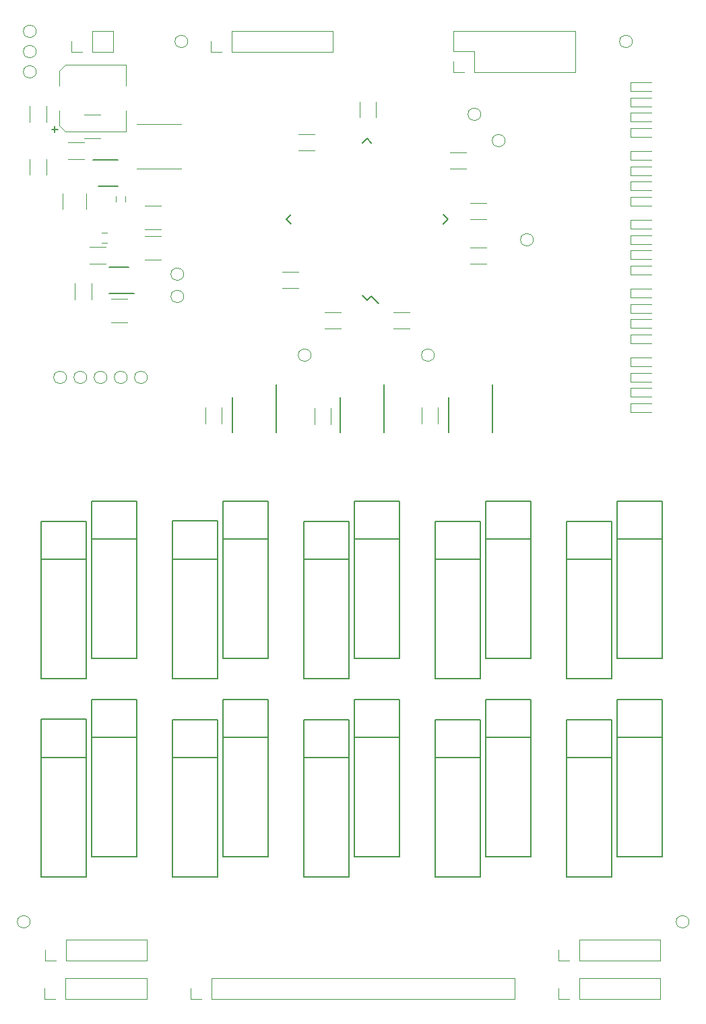
<source format=gbr>
G04 #@! TF.FileFunction,Legend,Top*
%FSLAX46Y46*%
G04 Gerber Fmt 4.6, Leading zero omitted, Abs format (unit mm)*
G04 Created by KiCad (PCBNEW 4.0.7) date Friday, April 27, 2018 'PMt' 12:19:07 PM*
%MOMM*%
%LPD*%
G01*
G04 APERTURE LIST*
%ADD10C,0.100000*%
%ADD11C,0.120000*%
%ADD12C,0.150000*%
G04 APERTURE END LIST*
D10*
D11*
X168983219Y-92202000D02*
G75*
G03X168983219Y-92202000I-803219J0D01*
G01*
X168983219Y-89662000D02*
G75*
G03X168983219Y-89662000I-803219J0D01*
G01*
X168983219Y-87122000D02*
G75*
G03X168983219Y-87122000I-803219J0D01*
G01*
X227911219Y-100838000D02*
G75*
G03X227911219Y-100838000I-803219J0D01*
G01*
X231467219Y-113284000D02*
G75*
G03X231467219Y-113284000I-803219J0D01*
G01*
X219021219Y-127762000D02*
G75*
G03X219021219Y-127762000I-803219J0D01*
G01*
X219021219Y-127762000D02*
G75*
G03X219021219Y-127762000I-803219J0D01*
G01*
X203527219Y-127762000D02*
G75*
G03X203527219Y-127762000I-803219J0D01*
G01*
X182953219Y-130556000D02*
G75*
G03X182953219Y-130556000I-803219J0D01*
G01*
X180413219Y-130556000D02*
G75*
G03X180413219Y-130556000I-803219J0D01*
G01*
X177873219Y-130556000D02*
G75*
G03X177873219Y-130556000I-803219J0D01*
G01*
X175333219Y-130556000D02*
G75*
G03X175333219Y-130556000I-803219J0D01*
G01*
X172793219Y-130556000D02*
G75*
G03X172793219Y-130556000I-803219J0D01*
G01*
X187525219Y-120396000D02*
G75*
G03X187525219Y-120396000I-803219J0D01*
G01*
X168221219Y-198882000D02*
G75*
G03X168221219Y-198882000I-803219J0D01*
G01*
X251025219Y-198882000D02*
G75*
G03X251025219Y-198882000I-803219J0D01*
G01*
X243913219Y-88392000D02*
G75*
G03X243913219Y-88392000I-803219J0D01*
G01*
X188033219Y-88392000D02*
G75*
G03X188033219Y-88392000I-803219J0D01*
G01*
X224863219Y-97536000D02*
G75*
G03X224863219Y-97536000I-803219J0D01*
G01*
X187525219Y-117602000D02*
G75*
G03X187525219Y-117602000I-803219J0D01*
G01*
D12*
X198146000Y-170948000D02*
X198146000Y-190748000D01*
X198146000Y-190748000D02*
X192506000Y-190748000D01*
X192506000Y-190748000D02*
X192506000Y-170948000D01*
X192506000Y-170948000D02*
X198146000Y-170948000D01*
X198146000Y-175768000D02*
X192506000Y-175768000D01*
X191796000Y-173488000D02*
X191796000Y-193288000D01*
X191796000Y-193288000D02*
X186156000Y-193288000D01*
X186156000Y-193288000D02*
X186156000Y-173488000D01*
X186156000Y-173488000D02*
X191796000Y-173488000D01*
X191796000Y-178308000D02*
X186156000Y-178308000D01*
X181636000Y-170948000D02*
X181636000Y-190748000D01*
X181636000Y-190748000D02*
X175996000Y-190748000D01*
X175996000Y-190748000D02*
X175996000Y-170948000D01*
X175996000Y-170948000D02*
X181636000Y-170948000D01*
X181636000Y-175768000D02*
X175996000Y-175768000D01*
X175286000Y-173441306D02*
X175286000Y-193241306D01*
X175286000Y-193241306D02*
X169646000Y-193241306D01*
X169646000Y-193241306D02*
X169646000Y-173441306D01*
X169646000Y-173441306D02*
X175286000Y-173441306D01*
X175286000Y-178261306D02*
X169646000Y-178261306D01*
X181636000Y-146056000D02*
X181636000Y-165856000D01*
X181636000Y-165856000D02*
X175996000Y-165856000D01*
X175996000Y-165856000D02*
X175996000Y-146056000D01*
X175996000Y-146056000D02*
X181636000Y-146056000D01*
X181636000Y-150876000D02*
X175996000Y-150876000D01*
X175286000Y-148596000D02*
X175286000Y-168396000D01*
X175286000Y-168396000D02*
X169646000Y-168396000D01*
X169646000Y-168396000D02*
X169646000Y-148596000D01*
X169646000Y-148596000D02*
X175286000Y-148596000D01*
X175286000Y-153416000D02*
X169646000Y-153416000D01*
X198146000Y-146056000D02*
X198146000Y-165856000D01*
X198146000Y-165856000D02*
X192506000Y-165856000D01*
X192506000Y-165856000D02*
X192506000Y-146056000D01*
X192506000Y-146056000D02*
X198146000Y-146056000D01*
X198146000Y-150876000D02*
X192506000Y-150876000D01*
D11*
X225536000Y-108708000D02*
X223536000Y-108708000D01*
X223536000Y-110748000D02*
X225536000Y-110748000D01*
X201978000Y-102112000D02*
X203978000Y-102112000D01*
X203978000Y-100072000D02*
X201978000Y-100072000D01*
X209673000Y-95933000D02*
X209673000Y-97933000D01*
X211713000Y-97933000D02*
X211713000Y-95933000D01*
X222996000Y-102358000D02*
X220996000Y-102358000D01*
X220996000Y-104398000D02*
X222996000Y-104398000D01*
X199914000Y-119384000D02*
X201914000Y-119384000D01*
X201914000Y-117344000D02*
X199914000Y-117344000D01*
X190242000Y-134350000D02*
X190242000Y-136350000D01*
X192282000Y-136350000D02*
X192282000Y-134350000D01*
X177054000Y-97580000D02*
X175054000Y-97580000D01*
X175054000Y-100540000D02*
X177054000Y-100540000D01*
X175248000Y-109458000D02*
X175248000Y-107458000D01*
X172288000Y-107458000D02*
X172288000Y-109458000D01*
X180210000Y-107788000D02*
X180210000Y-108488000D01*
X179010000Y-108488000D02*
X179010000Y-107788000D01*
X182674000Y-111970000D02*
X184674000Y-111970000D01*
X184674000Y-109010000D02*
X182674000Y-109010000D01*
X225536000Y-114296000D02*
X223536000Y-114296000D01*
X223536000Y-116336000D02*
X225536000Y-116336000D01*
X205248000Y-124464000D02*
X207248000Y-124464000D01*
X207248000Y-122424000D02*
X205248000Y-122424000D01*
X203958000Y-134414000D02*
X203958000Y-136414000D01*
X205998000Y-136414000D02*
X205998000Y-134414000D01*
X215884000Y-122424000D02*
X213884000Y-122424000D01*
X213884000Y-124464000D02*
X215884000Y-124464000D01*
X182669009Y-115780000D02*
X184669009Y-115780000D01*
X184669009Y-112820000D02*
X182669009Y-112820000D01*
X177228000Y-112430000D02*
X177928000Y-112430000D01*
X177928000Y-113630000D02*
X177228000Y-113630000D01*
X180446009Y-120718215D02*
X178446009Y-120718215D01*
X178446009Y-123678215D02*
X180446009Y-123678215D01*
X217420000Y-134350000D02*
X217420000Y-136350000D01*
X219460000Y-136350000D02*
X219460000Y-134350000D01*
X171864000Y-92074000D02*
X171864000Y-93944000D01*
X171864000Y-98934000D02*
X171864000Y-97064000D01*
X180244000Y-99694000D02*
X180244000Y-97064000D01*
X180244000Y-91314000D02*
X180244000Y-93944000D01*
X180244000Y-99694000D02*
X172624000Y-99694000D01*
X172624000Y-99694000D02*
X171864000Y-98934000D01*
X171864000Y-92074000D02*
X172624000Y-91314000D01*
X172624000Y-91314000D02*
X180244000Y-91314000D01*
X243691000Y-93557000D02*
X243691000Y-94657000D01*
X243691000Y-94657000D02*
X246291000Y-94657000D01*
X243691000Y-93557000D02*
X246291000Y-93557000D01*
X243691000Y-95462000D02*
X243691000Y-96562000D01*
X243691000Y-96562000D02*
X246291000Y-96562000D01*
X243691000Y-95462000D02*
X246291000Y-95462000D01*
X243691000Y-97367000D02*
X243691000Y-98467000D01*
X243691000Y-98467000D02*
X246291000Y-98467000D01*
X243691000Y-97367000D02*
X246291000Y-97367000D01*
X243691000Y-99272000D02*
X243691000Y-100372000D01*
X243691000Y-100372000D02*
X246291000Y-100372000D01*
X243691000Y-99272000D02*
X246291000Y-99272000D01*
X243691000Y-102193000D02*
X243691000Y-103293000D01*
X243691000Y-103293000D02*
X246291000Y-103293000D01*
X243691000Y-102193000D02*
X246291000Y-102193000D01*
X243691000Y-104098000D02*
X243691000Y-105198000D01*
X243691000Y-105198000D02*
X246291000Y-105198000D01*
X243691000Y-104098000D02*
X246291000Y-104098000D01*
X243691000Y-106003000D02*
X243691000Y-107103000D01*
X243691000Y-107103000D02*
X246291000Y-107103000D01*
X243691000Y-106003000D02*
X246291000Y-106003000D01*
X243691000Y-107908000D02*
X243691000Y-109008000D01*
X243691000Y-109008000D02*
X246291000Y-109008000D01*
X243691000Y-107908000D02*
X246291000Y-107908000D01*
X243691000Y-110829000D02*
X243691000Y-111929000D01*
X243691000Y-111929000D02*
X246291000Y-111929000D01*
X243691000Y-110829000D02*
X246291000Y-110829000D01*
X243691000Y-112734000D02*
X243691000Y-113834000D01*
X243691000Y-113834000D02*
X246291000Y-113834000D01*
X243691000Y-112734000D02*
X246291000Y-112734000D01*
X243691000Y-114639000D02*
X243691000Y-115739000D01*
X243691000Y-115739000D02*
X246291000Y-115739000D01*
X243691000Y-114639000D02*
X246291000Y-114639000D01*
X243691000Y-116544000D02*
X243691000Y-117644000D01*
X243691000Y-117644000D02*
X246291000Y-117644000D01*
X243691000Y-116544000D02*
X246291000Y-116544000D01*
X243691000Y-119465000D02*
X243691000Y-120565000D01*
X243691000Y-120565000D02*
X246291000Y-120565000D01*
X243691000Y-119465000D02*
X246291000Y-119465000D01*
X243691000Y-121370000D02*
X243691000Y-122470000D01*
X243691000Y-122470000D02*
X246291000Y-122470000D01*
X243691000Y-121370000D02*
X246291000Y-121370000D01*
X243691000Y-123275000D02*
X243691000Y-124375000D01*
X243691000Y-124375000D02*
X246291000Y-124375000D01*
X243691000Y-123275000D02*
X246291000Y-123275000D01*
X243691000Y-125180000D02*
X243691000Y-126280000D01*
X243691000Y-126280000D02*
X246291000Y-126280000D01*
X243691000Y-125180000D02*
X246291000Y-125180000D01*
X243691000Y-128101000D02*
X243691000Y-129201000D01*
X243691000Y-129201000D02*
X246291000Y-129201000D01*
X243691000Y-128101000D02*
X246291000Y-128101000D01*
X243691000Y-130006000D02*
X243691000Y-131106000D01*
X243691000Y-131106000D02*
X246291000Y-131106000D01*
X243691000Y-130006000D02*
X246291000Y-130006000D01*
X243691000Y-131911000D02*
X243691000Y-133011000D01*
X243691000Y-133011000D02*
X246291000Y-133011000D01*
X243691000Y-131911000D02*
X246291000Y-131911000D01*
X243691000Y-133816000D02*
X243691000Y-134916000D01*
X243691000Y-134916000D02*
X246291000Y-134916000D01*
X243691000Y-133816000D02*
X246291000Y-133816000D01*
X170266000Y-96504000D02*
X170266000Y-98504000D01*
X168126000Y-98504000D02*
X168126000Y-96504000D01*
X170266000Y-103140000D02*
X170266000Y-105140000D01*
X168126000Y-105140000D02*
X168126000Y-103140000D01*
X173836009Y-120753215D02*
X173836009Y-118753215D01*
X175976009Y-118753215D02*
X175976009Y-120753215D01*
X175716009Y-114143215D02*
X177716009Y-114143215D01*
X177716009Y-116283215D02*
X175716009Y-116283215D01*
D12*
X191796000Y-148587808D02*
X191796000Y-168387808D01*
X191796000Y-168387808D02*
X186156000Y-168387808D01*
X186156000Y-168387808D02*
X186156000Y-148587808D01*
X186156000Y-148587808D02*
X191796000Y-148587808D01*
X191796000Y-153407808D02*
X186156000Y-153407808D01*
X214656000Y-146056000D02*
X214656000Y-165856000D01*
X214656000Y-165856000D02*
X209016000Y-165856000D01*
X209016000Y-165856000D02*
X209016000Y-146056000D01*
X209016000Y-146056000D02*
X214656000Y-146056000D01*
X214656000Y-150876000D02*
X209016000Y-150876000D01*
X208306000Y-148596000D02*
X208306000Y-168396000D01*
X208306000Y-168396000D02*
X202666000Y-168396000D01*
X202666000Y-168396000D02*
X202666000Y-148596000D01*
X202666000Y-148596000D02*
X208306000Y-148596000D01*
X208306000Y-153416000D02*
X202666000Y-153416000D01*
X214656000Y-170948000D02*
X214656000Y-190748000D01*
X214656000Y-190748000D02*
X209016000Y-190748000D01*
X209016000Y-190748000D02*
X209016000Y-170948000D01*
X209016000Y-170948000D02*
X214656000Y-170948000D01*
X214656000Y-175768000D02*
X209016000Y-175768000D01*
X208306000Y-173488000D02*
X208306000Y-193288000D01*
X208306000Y-193288000D02*
X202666000Y-193288000D01*
X202666000Y-193288000D02*
X202666000Y-173488000D01*
X202666000Y-173488000D02*
X208306000Y-173488000D01*
X208306000Y-178308000D02*
X202666000Y-178308000D01*
X231166000Y-146056000D02*
X231166000Y-165856000D01*
X231166000Y-165856000D02*
X225526000Y-165856000D01*
X225526000Y-165856000D02*
X225526000Y-146056000D01*
X225526000Y-146056000D02*
X231166000Y-146056000D01*
X231166000Y-150876000D02*
X225526000Y-150876000D01*
X224816000Y-148596000D02*
X224816000Y-168396000D01*
X224816000Y-168396000D02*
X219176000Y-168396000D01*
X219176000Y-168396000D02*
X219176000Y-148596000D01*
X219176000Y-148596000D02*
X224816000Y-148596000D01*
X224816000Y-153416000D02*
X219176000Y-153416000D01*
X231166000Y-170948000D02*
X231166000Y-190748000D01*
X231166000Y-190748000D02*
X225526000Y-190748000D01*
X225526000Y-190748000D02*
X225526000Y-170948000D01*
X225526000Y-170948000D02*
X231166000Y-170948000D01*
X231166000Y-175768000D02*
X225526000Y-175768000D01*
X224816000Y-173488000D02*
X224816000Y-193288000D01*
X224816000Y-193288000D02*
X219176000Y-193288000D01*
X219176000Y-193288000D02*
X219176000Y-173488000D01*
X219176000Y-173488000D02*
X224816000Y-173488000D01*
X224816000Y-178308000D02*
X219176000Y-178308000D01*
X247676000Y-146056000D02*
X247676000Y-165856000D01*
X247676000Y-165856000D02*
X242036000Y-165856000D01*
X242036000Y-165856000D02*
X242036000Y-146056000D01*
X242036000Y-146056000D02*
X247676000Y-146056000D01*
X247676000Y-150876000D02*
X242036000Y-150876000D01*
X241326000Y-148596000D02*
X241326000Y-168396000D01*
X241326000Y-168396000D02*
X235686000Y-168396000D01*
X235686000Y-168396000D02*
X235686000Y-148596000D01*
X235686000Y-148596000D02*
X241326000Y-148596000D01*
X241326000Y-153416000D02*
X235686000Y-153416000D01*
X247676000Y-170948000D02*
X247676000Y-190748000D01*
X247676000Y-190748000D02*
X242036000Y-190748000D01*
X242036000Y-190748000D02*
X242036000Y-170948000D01*
X242036000Y-170948000D02*
X247676000Y-170948000D01*
X247676000Y-175768000D02*
X242036000Y-175768000D01*
X241326000Y-173488000D02*
X241326000Y-193288000D01*
X241326000Y-193288000D02*
X235686000Y-193288000D01*
X235686000Y-193288000D02*
X235686000Y-173488000D01*
X235686000Y-173488000D02*
X241326000Y-173488000D01*
X241326000Y-178308000D02*
X235686000Y-178308000D01*
X193628000Y-133026000D02*
X193628000Y-137426000D01*
X199153000Y-131451000D02*
X199153000Y-137426000D01*
X176822500Y-106537000D02*
X179272500Y-106537000D01*
X176097500Y-103237000D02*
X179272500Y-103237000D01*
X210568000Y-120864982D02*
X211080652Y-120352330D01*
X200421018Y-110718000D02*
X200986703Y-110152315D01*
X210568000Y-100571018D02*
X210002315Y-101136703D01*
X220714982Y-110718000D02*
X220149297Y-111283685D01*
X210568000Y-120864982D02*
X210002315Y-120299297D01*
X220714982Y-110718000D02*
X220149297Y-110152315D01*
X210568000Y-100571018D02*
X211133685Y-101136703D01*
X200421018Y-110718000D02*
X200986703Y-111283685D01*
X211080652Y-120352330D02*
X211982214Y-121253891D01*
X207211500Y-133026000D02*
X207211500Y-137426000D01*
X212736500Y-131451000D02*
X212736500Y-137426000D01*
X220795000Y-133026000D02*
X220795000Y-137426000D01*
X226320000Y-131451000D02*
X226320000Y-137426000D01*
X180576009Y-116738215D02*
X178126009Y-116738215D01*
X181301009Y-120038215D02*
X178126009Y-120038215D01*
D11*
X178654000Y-89722000D02*
X178654000Y-87062000D01*
X176054000Y-89722000D02*
X178654000Y-89722000D01*
X176054000Y-87062000D02*
X178654000Y-87062000D01*
X176054000Y-89722000D02*
X176054000Y-87062000D01*
X174784000Y-89722000D02*
X173454000Y-89722000D01*
X173454000Y-89722000D02*
X173454000Y-88392000D01*
X206308000Y-89722000D02*
X206308000Y-87062000D01*
X193548000Y-89722000D02*
X206308000Y-89722000D01*
X193548000Y-87062000D02*
X206308000Y-87062000D01*
X193548000Y-89722000D02*
X193548000Y-87062000D01*
X192278000Y-89722000D02*
X190948000Y-89722000D01*
X190948000Y-89722000D02*
X190948000Y-88392000D01*
X182885092Y-208594000D02*
X182885092Y-205934000D01*
X172665092Y-208594000D02*
X182885092Y-208594000D01*
X172665092Y-205934000D02*
X182885092Y-205934000D01*
X172665092Y-208594000D02*
X172665092Y-205934000D01*
X171395092Y-208594000D02*
X170065092Y-208594000D01*
X170065092Y-208594000D02*
X170065092Y-207264000D01*
X182940000Y-203768000D02*
X182940000Y-201108000D01*
X172720000Y-203768000D02*
X182940000Y-203768000D01*
X172720000Y-201108000D02*
X182940000Y-201108000D01*
X172720000Y-203768000D02*
X172720000Y-201108000D01*
X171450000Y-203768000D02*
X170120000Y-203768000D01*
X170120000Y-203768000D02*
X170120000Y-202438000D01*
X247456000Y-208594000D02*
X247456000Y-205934000D01*
X237236000Y-208594000D02*
X247456000Y-208594000D01*
X237236000Y-205934000D02*
X247456000Y-205934000D01*
X237236000Y-208594000D02*
X237236000Y-205934000D01*
X235966000Y-208594000D02*
X234636000Y-208594000D01*
X234636000Y-208594000D02*
X234636000Y-207264000D01*
X247456000Y-203768000D02*
X247456000Y-201108000D01*
X237236000Y-203768000D02*
X247456000Y-203768000D01*
X237236000Y-201108000D02*
X247456000Y-201108000D01*
X237236000Y-203768000D02*
X237236000Y-201108000D01*
X235966000Y-203768000D02*
X234636000Y-203768000D01*
X234636000Y-203768000D02*
X234636000Y-202438000D01*
X236788000Y-92262000D02*
X236788000Y-87062000D01*
X224028000Y-92262000D02*
X236788000Y-92262000D01*
X221428000Y-87062000D02*
X236788000Y-87062000D01*
X224028000Y-92262000D02*
X224028000Y-89662000D01*
X224028000Y-89662000D02*
X221428000Y-89662000D01*
X221428000Y-89662000D02*
X221428000Y-87062000D01*
X222758000Y-92262000D02*
X221428000Y-92262000D01*
X221428000Y-92262000D02*
X221428000Y-90932000D01*
X187230000Y-104394000D02*
X181642000Y-104394000D01*
X181642000Y-98806000D02*
X187230000Y-98806000D01*
X229168000Y-208594000D02*
X229168000Y-205934000D01*
X191008000Y-208594000D02*
X229168000Y-208594000D01*
X191008000Y-205934000D02*
X229168000Y-205934000D01*
X191008000Y-208594000D02*
X191008000Y-205934000D01*
X189738000Y-208594000D02*
X188408000Y-208594000D01*
X188408000Y-208594000D02*
X188408000Y-207264000D01*
X175022000Y-103178000D02*
X173022000Y-103178000D01*
X173022000Y-101038000D02*
X175022000Y-101038000D01*
D12*
X170953048Y-99425429D02*
X171714953Y-99425429D01*
X171334001Y-99806381D02*
X171334001Y-99044476D01*
M02*

</source>
